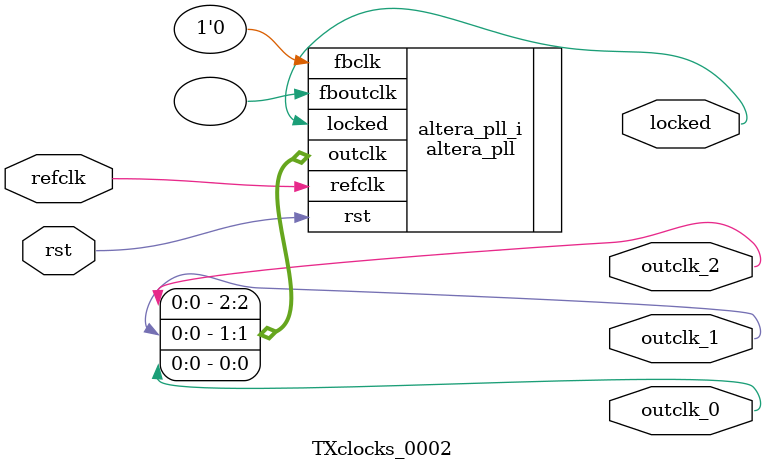
<source format=v>
`timescale 1ns/10ps
module  TXclocks_0002(

	// interface 'refclk'
	input wire refclk,

	// interface 'reset'
	input wire rst,

	// interface 'outclk0'
	output wire outclk_0,

	// interface 'outclk1'
	output wire outclk_1,

	// interface 'outclk2'
	output wire outclk_2,

	// interface 'locked'
	output wire locked
);

	altera_pll #(
		.fractional_vco_multiplier("false"),
		.reference_clock_frequency("50.0 MHz"),
		.operation_mode("direct"),
		.number_of_clocks(3),
		.output_clock_frequency0("2.000000 MHz"),
		.phase_shift0("0 ps"),
		.duty_cycle0(50),
		.output_clock_frequency1("100.000000 MHz"),
		.phase_shift1("0 ps"),
		.duty_cycle1(50),
		.output_clock_frequency2("200.000000 MHz"),
		.phase_shift2("0 ps"),
		.duty_cycle2(50),
		.output_clock_frequency3("0 MHz"),
		.phase_shift3("0 ps"),
		.duty_cycle3(50),
		.output_clock_frequency4("0 MHz"),
		.phase_shift4("0 ps"),
		.duty_cycle4(50),
		.output_clock_frequency5("0 MHz"),
		.phase_shift5("0 ps"),
		.duty_cycle5(50),
		.output_clock_frequency6("0 MHz"),
		.phase_shift6("0 ps"),
		.duty_cycle6(50),
		.output_clock_frequency7("0 MHz"),
		.phase_shift7("0 ps"),
		.duty_cycle7(50),
		.output_clock_frequency8("0 MHz"),
		.phase_shift8("0 ps"),
		.duty_cycle8(50),
		.output_clock_frequency9("0 MHz"),
		.phase_shift9("0 ps"),
		.duty_cycle9(50),
		.output_clock_frequency10("0 MHz"),
		.phase_shift10("0 ps"),
		.duty_cycle10(50),
		.output_clock_frequency11("0 MHz"),
		.phase_shift11("0 ps"),
		.duty_cycle11(50),
		.output_clock_frequency12("0 MHz"),
		.phase_shift12("0 ps"),
		.duty_cycle12(50),
		.output_clock_frequency13("0 MHz"),
		.phase_shift13("0 ps"),
		.duty_cycle13(50),
		.output_clock_frequency14("0 MHz"),
		.phase_shift14("0 ps"),
		.duty_cycle14(50),
		.output_clock_frequency15("0 MHz"),
		.phase_shift15("0 ps"),
		.duty_cycle15(50),
		.output_clock_frequency16("0 MHz"),
		.phase_shift16("0 ps"),
		.duty_cycle16(50),
		.output_clock_frequency17("0 MHz"),
		.phase_shift17("0 ps"),
		.duty_cycle17(50),
		.pll_type("General"),
		.pll_subtype("General")
	) altera_pll_i (
		.rst	(rst),
		.outclk	({outclk_2, outclk_1, outclk_0}),
		.locked	(locked),
		.fboutclk	( ),
		.fbclk	(1'b0),
		.refclk	(refclk)
	);
endmodule


</source>
